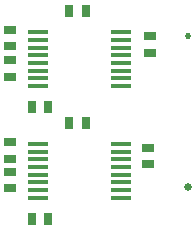
<source format=gbr>
%TF.GenerationSoftware,KiCad,Pcbnew,7.0.5*%
%TF.CreationDate,2023-06-07T11:30:44+03:00*%
%TF.ProjectId,RS232-2__1,52533233-322d-4325-9fb1-312e6b696361,rev?*%
%TF.SameCoordinates,Original*%
%TF.FileFunction,Soldermask,Top*%
%TF.FilePolarity,Negative*%
%FSLAX46Y46*%
G04 Gerber Fmt 4.6, Leading zero omitted, Abs format (unit mm)*
G04 Created by KiCad (PCBNEW 7.0.5) date 2023-06-07 11:30:44*
%MOMM*%
%LPD*%
G01*
G04 APERTURE LIST*
%ADD10R,0.780000X0.980000*%
%ADD11R,0.980000X0.780000*%
%ADD12R,1.705000X0.450000*%
%ADD13C,0.675000*%
%ADD14C,0.525000*%
G04 APERTURE END LIST*
D10*
%TO.C,C9*%
X109040000Y-97860000D03*
X107640000Y-97860000D03*
%TD*%
D11*
%TO.C,C1*%
X105830000Y-83240000D03*
X105830000Y-81840000D03*
%TD*%
D10*
%TO.C,C7*%
X112210000Y-89750000D03*
X110810000Y-89750000D03*
%TD*%
D11*
%TO.C,C5*%
X117500000Y-93260000D03*
X117500000Y-91860000D03*
%TD*%
D10*
%TO.C,C4*%
X109040000Y-88420000D03*
X107640000Y-88420000D03*
%TD*%
%TO.C,C3*%
X112210000Y-80280000D03*
X110810000Y-80280000D03*
%TD*%
D11*
%TO.C,C10*%
X117670000Y-83800000D03*
X117670000Y-82400000D03*
%TD*%
D12*
%TO.C,IC2*%
X108202000Y-91535000D03*
X108202000Y-92185000D03*
X108202000Y-92835000D03*
X108202000Y-93485000D03*
X108202000Y-94135000D03*
X108202000Y-94785000D03*
X108202000Y-95435000D03*
X108202000Y-96085000D03*
X115198000Y-96085000D03*
X115198000Y-95435000D03*
X115198000Y-94785000D03*
X115198000Y-94135000D03*
X115198000Y-93485000D03*
X115198000Y-92835000D03*
X115198000Y-92185000D03*
X115198000Y-91535000D03*
%TD*%
D11*
%TO.C,C6*%
X105830000Y-92790000D03*
X105830000Y-91390000D03*
%TD*%
%TO.C,C2*%
X105830000Y-85820000D03*
X105830000Y-84420000D03*
%TD*%
%TO.C,C8*%
X105830000Y-95270000D03*
X105830000Y-93870000D03*
%TD*%
D12*
%TO.C,IC1*%
X108202000Y-82085000D03*
X108202000Y-82735000D03*
X108202000Y-83385000D03*
X108202000Y-84035000D03*
X108202000Y-84685000D03*
X108202000Y-85335000D03*
X108202000Y-85985000D03*
X108202000Y-86635000D03*
X115198000Y-86635000D03*
X115198000Y-85985000D03*
X115198000Y-85335000D03*
X115198000Y-84685000D03*
X115198000Y-84035000D03*
X115198000Y-83385000D03*
X115198000Y-82735000D03*
X115198000Y-82085000D03*
%TD*%
D13*
%TO.C,H1*%
X120840000Y-95180000D03*
D14*
X120840000Y-82380000D03*
%TD*%
M02*

</source>
